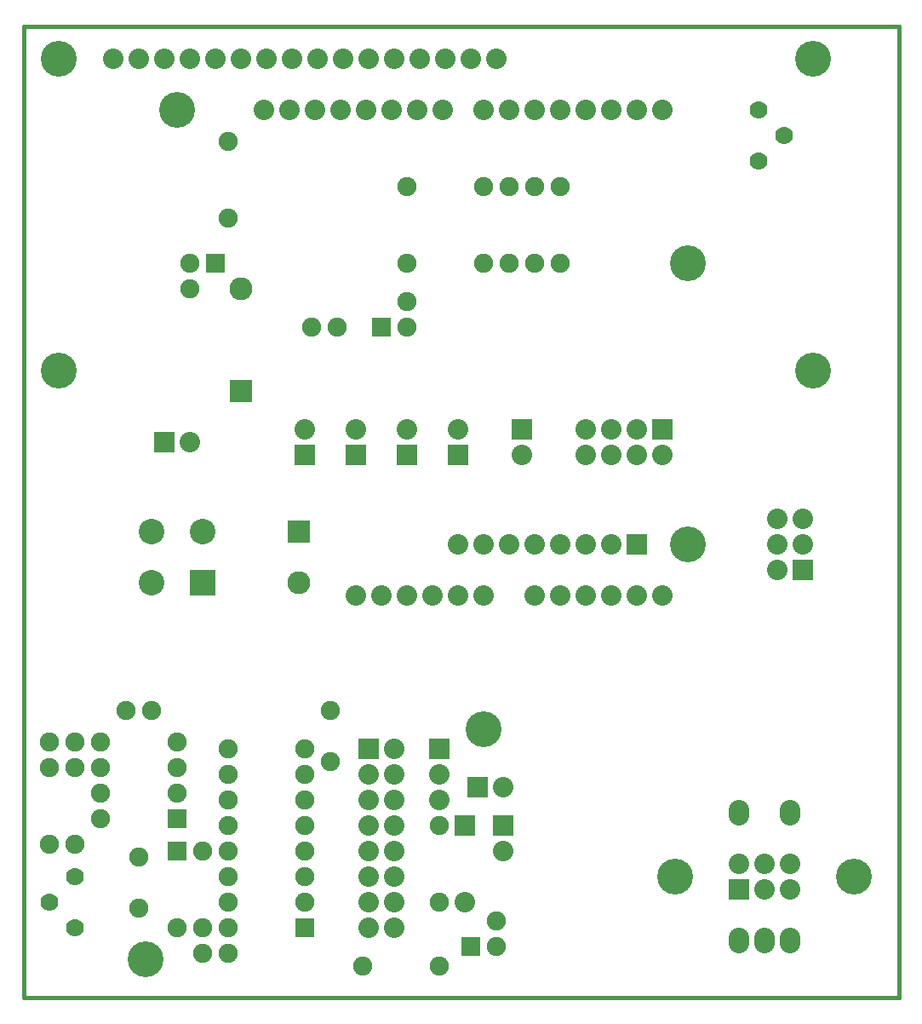
<source format=gts>
G04 (created by PCBNEW-RS274X (2010-04-21 BZR 23xx)-stable) date Sun Nov 13 22:07:47 2011*
G01*
G70*
G90*
%MOIN*%
G04 Gerber Fmt 3.4, Leading zero omitted, Abs format*
%FSLAX34Y34*%
G04 APERTURE LIST*
%ADD10C,0.006000*%
%ADD11C,0.015000*%
%ADD12C,0.090000*%
%ADD13R,0.090000X0.090000*%
%ADD14R,0.080000X0.080000*%
%ADD15C,0.080000*%
%ADD16C,0.075000*%
%ADD17R,0.075000X0.075000*%
%ADD18O,0.080000X0.100000*%
%ADD19C,0.140000*%
%ADD20C,0.100000*%
%ADD21C,0.070000*%
G04 APERTURE END LIST*
G54D10*
G54D11*
X74250Y-58000D02*
X74250Y-20000D01*
X40000Y-58000D02*
X74250Y-58000D01*
X40000Y-54000D02*
X40000Y-58000D01*
X40000Y-20000D02*
X42250Y-20000D01*
X40000Y-54000D02*
X40000Y-20000D01*
X42250Y-20000D02*
X74250Y-20000D01*
G54D12*
X48500Y-30250D03*
G54D13*
X48500Y-34250D03*
G54D14*
X57000Y-36750D03*
G54D15*
X57000Y-35750D03*
G54D14*
X53000Y-36750D03*
G54D15*
X53000Y-35750D03*
G54D14*
X51000Y-36750D03*
G54D15*
X51000Y-35750D03*
G54D14*
X55000Y-36750D03*
G54D15*
X55000Y-35750D03*
G54D14*
X65000Y-35750D03*
G54D15*
X65000Y-36750D03*
X64000Y-35750D03*
X64000Y-36750D03*
X63000Y-35750D03*
X63000Y-36750D03*
X62000Y-35750D03*
X62000Y-36750D03*
G54D16*
X55000Y-29250D03*
X55000Y-26250D03*
X48000Y-27500D03*
X48000Y-24500D03*
X58000Y-29250D03*
X58000Y-26250D03*
X59000Y-29250D03*
X59000Y-26250D03*
X60000Y-29250D03*
X60000Y-26250D03*
X61000Y-29250D03*
X61000Y-26250D03*
G54D17*
X54000Y-31750D03*
G54D16*
X55000Y-31750D03*
X55000Y-30750D03*
G54D17*
X47500Y-29250D03*
G54D16*
X46500Y-29250D03*
X46500Y-30250D03*
X52250Y-31750D03*
X51250Y-31750D03*
G54D14*
X45500Y-36250D03*
G54D15*
X46500Y-36250D03*
G54D13*
X50750Y-39750D03*
G54D12*
X50750Y-41750D03*
G54D14*
X70500Y-41250D03*
G54D15*
X69500Y-41250D03*
X70500Y-40250D03*
X69500Y-40250D03*
X70500Y-39250D03*
X69500Y-39250D03*
G54D14*
X68000Y-53750D03*
G54D15*
X68000Y-52750D03*
X69000Y-53750D03*
X69000Y-52750D03*
X70000Y-53750D03*
X70000Y-52750D03*
G54D18*
X68000Y-55750D03*
X69000Y-55750D03*
X70000Y-55750D03*
X68000Y-50750D03*
X70000Y-50750D03*
G54D19*
X72500Y-53250D03*
X65500Y-53250D03*
G54D20*
X45000Y-39750D03*
X45000Y-41750D03*
G54D10*
G36*
X46500Y-42250D02*
X46500Y-41250D01*
X47500Y-41250D01*
X47500Y-42250D01*
X46500Y-42250D01*
X46500Y-42250D01*
G37*
G54D20*
X47000Y-39750D03*
G54D15*
X65000Y-23250D03*
X64000Y-23250D03*
X63000Y-23250D03*
X62000Y-23250D03*
X61000Y-23250D03*
X60000Y-23250D03*
X59000Y-23250D03*
X58000Y-23250D03*
X56400Y-23250D03*
X55400Y-23250D03*
X54400Y-23250D03*
X53400Y-23250D03*
X52400Y-23250D03*
X51400Y-23250D03*
X50400Y-23250D03*
X49400Y-23250D03*
X53000Y-42250D03*
X54000Y-42250D03*
X55000Y-42250D03*
X56000Y-42250D03*
X57000Y-42250D03*
X58000Y-42250D03*
X60000Y-42250D03*
X61000Y-42250D03*
X62000Y-42250D03*
X63000Y-42250D03*
X64000Y-42250D03*
X65000Y-42250D03*
G54D19*
X46000Y-23250D03*
X66000Y-40250D03*
X66000Y-29250D03*
G54D14*
X64000Y-40250D03*
G54D15*
X63000Y-40250D03*
X62000Y-40250D03*
X61000Y-40250D03*
X60000Y-40250D03*
X59000Y-40250D03*
X58000Y-40250D03*
X57000Y-40250D03*
G54D21*
X68750Y-23250D03*
X69750Y-24250D03*
X68750Y-25250D03*
G54D15*
X43500Y-21250D03*
X44500Y-21250D03*
X45500Y-21250D03*
X46500Y-21250D03*
X47500Y-21250D03*
X48500Y-21250D03*
X49500Y-21250D03*
X50500Y-21250D03*
X51500Y-21250D03*
X52500Y-21250D03*
X53500Y-21250D03*
X54500Y-21250D03*
X55500Y-21250D03*
X56500Y-21250D03*
X57500Y-21250D03*
X58500Y-21250D03*
G54D19*
X41350Y-21250D03*
X70900Y-21250D03*
X70900Y-33450D03*
X41350Y-33450D03*
G54D14*
X59500Y-35750D03*
G54D15*
X59500Y-36750D03*
G54D16*
X41000Y-48000D03*
X42000Y-48000D03*
X52000Y-46750D03*
X52000Y-48750D03*
X44500Y-52500D03*
X44500Y-54500D03*
G54D14*
X57250Y-51250D03*
G54D15*
X57250Y-54250D03*
G54D17*
X46000Y-52250D03*
G54D16*
X46000Y-55250D03*
G54D17*
X51000Y-55250D03*
G54D16*
X51000Y-54250D03*
X51000Y-53250D03*
X51000Y-52250D03*
X51000Y-51250D03*
X51000Y-50250D03*
X51000Y-49250D03*
X51000Y-48250D03*
X48000Y-48250D03*
X48000Y-49250D03*
X48000Y-50250D03*
X48000Y-51250D03*
X48000Y-52250D03*
X48000Y-53250D03*
X48000Y-54250D03*
X48000Y-55250D03*
G54D17*
X46000Y-51000D03*
G54D16*
X46000Y-50000D03*
X46000Y-49000D03*
X46000Y-48000D03*
X43000Y-48000D03*
X43000Y-49000D03*
X43000Y-50000D03*
X43000Y-51000D03*
G54D14*
X58750Y-51250D03*
G54D15*
X58750Y-52250D03*
G54D14*
X53500Y-48250D03*
G54D15*
X54500Y-48250D03*
X53500Y-49250D03*
X54500Y-49250D03*
X53500Y-50250D03*
X54500Y-50250D03*
X53500Y-51250D03*
X54500Y-51250D03*
X53500Y-52250D03*
X54500Y-52250D03*
X53500Y-53250D03*
X54500Y-53250D03*
X53500Y-54250D03*
X54500Y-54250D03*
X53500Y-55250D03*
X54500Y-55250D03*
G54D21*
X42000Y-55250D03*
X41000Y-54250D03*
X42000Y-53250D03*
G54D16*
X47000Y-52250D03*
X47000Y-55250D03*
X56250Y-56750D03*
X53250Y-56750D03*
X56250Y-51250D03*
X56250Y-54250D03*
X42000Y-49000D03*
X42000Y-52000D03*
X41000Y-49000D03*
X41000Y-52000D03*
G54D17*
X57500Y-56000D03*
G54D16*
X58500Y-56000D03*
X58500Y-55000D03*
G54D14*
X57750Y-49750D03*
G54D15*
X58750Y-49750D03*
G54D14*
X56250Y-48250D03*
G54D15*
X56250Y-49250D03*
X56250Y-50250D03*
G54D19*
X58000Y-47500D03*
X44750Y-56500D03*
G54D16*
X48000Y-56250D03*
X47000Y-56250D03*
X45000Y-46750D03*
X44000Y-46750D03*
M02*

</source>
